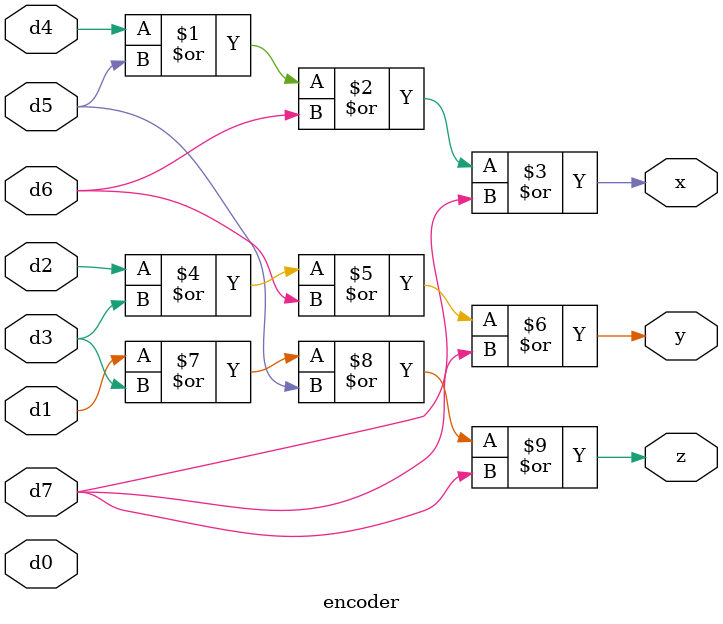
<source format=v>
module encoder (input d0,d1,d2,d3,d4,d5,d6,d7,
                output x,y,z);

  assign x=d4|d5|d6|d7;
  assign y=d2|d3|d6|d7;
  assign z=d1|d3|d5|d7;
  
endmodule

</source>
